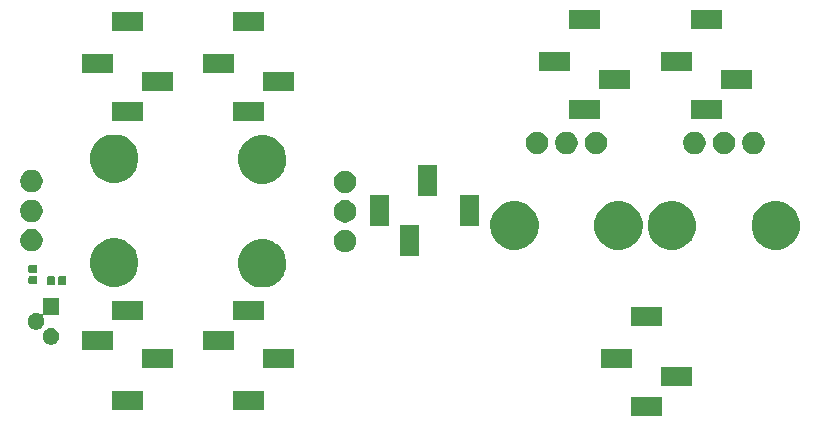
<source format=gts>
G04 #@! TF.GenerationSoftware,KiCad,Pcbnew,(5.0.2)-1*
G04 #@! TF.CreationDate,2019-02-20T17:00:52+00:00*
G04 #@! TF.ProjectId,Modulator,4d6f6475-6c61-4746-9f72-2e6b69636164,rev?*
G04 #@! TF.SameCoordinates,Original*
G04 #@! TF.FileFunction,Soldermask,Top*
G04 #@! TF.FilePolarity,Negative*
%FSLAX46Y46*%
G04 Gerber Fmt 4.6, Leading zero omitted, Abs format (unit mm)*
G04 Created by KiCad (PCBNEW (5.0.2)-1) date 20/02/2019 17:00:52*
%MOMM*%
%LPD*%
G01*
G04 APERTURE LIST*
%ADD10C,0.100000*%
G04 APERTURE END LIST*
D10*
G36*
X119284000Y-68873000D02*
X116682000Y-68873000D01*
X116682000Y-67271000D01*
X119284000Y-67271000D01*
X119284000Y-68873000D01*
X119284000Y-68873000D01*
G37*
G36*
X85629000Y-68365000D02*
X83027000Y-68365000D01*
X83027000Y-66763000D01*
X85629000Y-66763000D01*
X85629000Y-68365000D01*
X85629000Y-68365000D01*
G37*
G36*
X75342000Y-68365000D02*
X72740000Y-68365000D01*
X72740000Y-66763000D01*
X75342000Y-66763000D01*
X75342000Y-68365000D01*
X75342000Y-68365000D01*
G37*
G36*
X121824000Y-66333000D02*
X119222000Y-66333000D01*
X119222000Y-64731000D01*
X121824000Y-64731000D01*
X121824000Y-66333000D01*
X121824000Y-66333000D01*
G37*
G36*
X77882000Y-64809000D02*
X75280000Y-64809000D01*
X75280000Y-63207000D01*
X77882000Y-63207000D01*
X77882000Y-64809000D01*
X77882000Y-64809000D01*
G37*
G36*
X88169000Y-64809000D02*
X85567000Y-64809000D01*
X85567000Y-63207000D01*
X88169000Y-63207000D01*
X88169000Y-64809000D01*
X88169000Y-64809000D01*
G37*
G36*
X116744000Y-64809000D02*
X114142000Y-64809000D01*
X114142000Y-63207000D01*
X116744000Y-63207000D01*
X116744000Y-64809000D01*
X116744000Y-64809000D01*
G37*
G36*
X83089000Y-63285000D02*
X80487000Y-63285000D01*
X80487000Y-61683000D01*
X83089000Y-61683000D01*
X83089000Y-63285000D01*
X83089000Y-63285000D01*
G37*
G36*
X72802000Y-63285000D02*
X70200000Y-63285000D01*
X70200000Y-61683000D01*
X72802000Y-61683000D01*
X72802000Y-63285000D01*
X72802000Y-63285000D01*
G37*
G36*
X67768472Y-61428938D02*
X67896049Y-61481782D01*
X68010865Y-61558500D01*
X68108500Y-61656135D01*
X68185218Y-61770951D01*
X68238062Y-61898528D01*
X68265000Y-62033956D01*
X68265000Y-62172044D01*
X68238062Y-62307472D01*
X68185218Y-62435049D01*
X68108500Y-62549865D01*
X68010865Y-62647500D01*
X67896049Y-62724218D01*
X67768472Y-62777062D01*
X67633044Y-62804000D01*
X67494956Y-62804000D01*
X67359528Y-62777062D01*
X67231951Y-62724218D01*
X67117135Y-62647500D01*
X67019500Y-62549865D01*
X66942782Y-62435049D01*
X66889938Y-62307472D01*
X66863000Y-62172044D01*
X66863000Y-62033956D01*
X66889938Y-61898528D01*
X66942782Y-61770951D01*
X67019500Y-61656135D01*
X67117135Y-61558500D01*
X67231951Y-61481782D01*
X67359528Y-61428938D01*
X67494956Y-61402000D01*
X67633044Y-61402000D01*
X67768472Y-61428938D01*
X67768472Y-61428938D01*
G37*
G36*
X68265000Y-60264000D02*
X66990751Y-60264000D01*
X66966365Y-60266402D01*
X66942916Y-60273515D01*
X66921305Y-60285066D01*
X66902363Y-60300612D01*
X66886817Y-60319554D01*
X66875266Y-60341165D01*
X66868153Y-60364614D01*
X66865751Y-60389000D01*
X66868153Y-60413386D01*
X66875266Y-60436835D01*
X66886817Y-60458446D01*
X66915218Y-60500951D01*
X66968062Y-60628528D01*
X66995000Y-60763956D01*
X66995000Y-60902044D01*
X66968062Y-61037472D01*
X66915218Y-61165049D01*
X66838500Y-61279865D01*
X66740865Y-61377500D01*
X66626049Y-61454218D01*
X66498472Y-61507062D01*
X66363044Y-61534000D01*
X66224956Y-61534000D01*
X66089528Y-61507062D01*
X65961951Y-61454218D01*
X65847135Y-61377500D01*
X65749500Y-61279865D01*
X65672782Y-61165049D01*
X65619938Y-61037472D01*
X65593000Y-60902044D01*
X65593000Y-60763956D01*
X65619938Y-60628528D01*
X65672782Y-60500951D01*
X65749500Y-60386135D01*
X65847135Y-60288500D01*
X65961951Y-60211782D01*
X66089528Y-60158938D01*
X66224956Y-60132000D01*
X66363044Y-60132000D01*
X66498472Y-60158938D01*
X66626049Y-60211782D01*
X66668554Y-60240183D01*
X66690165Y-60251734D01*
X66713614Y-60258847D01*
X66738000Y-60261249D01*
X66762386Y-60258847D01*
X66785836Y-60251734D01*
X66807446Y-60240183D01*
X66826388Y-60224637D01*
X66841934Y-60205695D01*
X66853485Y-60184084D01*
X66860598Y-60160635D01*
X66863000Y-60136249D01*
X66863000Y-58862000D01*
X68265000Y-58862000D01*
X68265000Y-60264000D01*
X68265000Y-60264000D01*
G37*
G36*
X119284000Y-61253000D02*
X116682000Y-61253000D01*
X116682000Y-59651000D01*
X119284000Y-59651000D01*
X119284000Y-61253000D01*
X119284000Y-61253000D01*
G37*
G36*
X75342000Y-60745000D02*
X72740000Y-60745000D01*
X72740000Y-59143000D01*
X75342000Y-59143000D01*
X75342000Y-60745000D01*
X75342000Y-60745000D01*
G37*
G36*
X85629000Y-60745000D02*
X83027000Y-60745000D01*
X83027000Y-59143000D01*
X85629000Y-59143000D01*
X85629000Y-60745000D01*
X85629000Y-60745000D01*
G37*
G36*
X86054252Y-53949818D02*
X86054254Y-53949819D01*
X86054255Y-53949819D01*
X86427513Y-54104427D01*
X86648964Y-54252396D01*
X86763439Y-54328886D01*
X87049114Y-54614561D01*
X87049116Y-54614564D01*
X87273573Y-54950487D01*
X87282898Y-54973000D01*
X87428182Y-55323748D01*
X87507000Y-55719993D01*
X87507000Y-56124007D01*
X87437531Y-56473252D01*
X87428181Y-56520255D01*
X87273573Y-56893513D01*
X87148669Y-57080444D01*
X87049114Y-57229439D01*
X86763439Y-57515114D01*
X86763436Y-57515116D01*
X86427513Y-57739573D01*
X86054255Y-57894181D01*
X86054254Y-57894181D01*
X86054252Y-57894182D01*
X85658007Y-57973000D01*
X85253993Y-57973000D01*
X84857748Y-57894182D01*
X84857746Y-57894181D01*
X84857745Y-57894181D01*
X84484487Y-57739573D01*
X84148564Y-57515116D01*
X84148561Y-57515114D01*
X83862886Y-57229439D01*
X83763331Y-57080444D01*
X83638427Y-56893513D01*
X83483819Y-56520255D01*
X83474470Y-56473252D01*
X83405000Y-56124007D01*
X83405000Y-55719993D01*
X83483818Y-55323748D01*
X83629102Y-54973000D01*
X83638427Y-54950487D01*
X83862884Y-54614564D01*
X83862886Y-54614561D01*
X84148561Y-54328886D01*
X84263036Y-54252396D01*
X84484487Y-54104427D01*
X84857745Y-53949819D01*
X84857746Y-53949819D01*
X84857748Y-53949818D01*
X85253993Y-53871000D01*
X85658007Y-53871000D01*
X86054252Y-53949818D01*
X86054252Y-53949818D01*
G37*
G36*
X73511252Y-53902818D02*
X73511254Y-53902819D01*
X73511255Y-53902819D01*
X73884513Y-54057427D01*
X73971672Y-54115665D01*
X74220439Y-54281886D01*
X74506114Y-54567561D01*
X74506116Y-54567564D01*
X74730573Y-54903487D01*
X74759366Y-54973000D01*
X74885182Y-55276748D01*
X74964000Y-55672993D01*
X74964000Y-56077006D01*
X74885181Y-56473255D01*
X74730573Y-56846513D01*
X74584055Y-57065792D01*
X74506114Y-57182439D01*
X74220439Y-57468114D01*
X74220436Y-57468116D01*
X73884513Y-57692573D01*
X73511255Y-57847181D01*
X73511254Y-57847181D01*
X73511252Y-57847182D01*
X73115007Y-57926000D01*
X72710993Y-57926000D01*
X72314748Y-57847182D01*
X72314746Y-57847181D01*
X72314745Y-57847181D01*
X71941487Y-57692573D01*
X71605564Y-57468116D01*
X71605561Y-57468114D01*
X71319886Y-57182439D01*
X71241945Y-57065792D01*
X71095427Y-56846513D01*
X70940819Y-56473255D01*
X70862000Y-56077006D01*
X70862000Y-55672993D01*
X70940818Y-55276748D01*
X71066634Y-54973000D01*
X71095427Y-54903487D01*
X71319884Y-54567564D01*
X71319886Y-54567561D01*
X71605561Y-54281886D01*
X71854328Y-54115665D01*
X71941487Y-54057427D01*
X72314745Y-53902819D01*
X72314746Y-53902819D01*
X72314748Y-53902818D01*
X72710993Y-53824000D01*
X73115007Y-53824000D01*
X73511252Y-53902818D01*
X73511252Y-53902818D01*
G37*
G36*
X67820938Y-57035716D02*
X67841556Y-57041970D01*
X67860556Y-57052126D01*
X67877208Y-57065792D01*
X67890874Y-57082444D01*
X67901030Y-57101444D01*
X67907284Y-57122062D01*
X67910000Y-57149640D01*
X67910000Y-57658360D01*
X67907284Y-57685938D01*
X67901030Y-57706556D01*
X67890874Y-57725556D01*
X67877208Y-57742208D01*
X67860556Y-57755874D01*
X67841556Y-57766030D01*
X67820938Y-57772284D01*
X67793360Y-57775000D01*
X67334640Y-57775000D01*
X67307062Y-57772284D01*
X67286444Y-57766030D01*
X67267444Y-57755874D01*
X67250792Y-57742208D01*
X67237126Y-57725556D01*
X67226970Y-57706556D01*
X67220716Y-57685938D01*
X67218000Y-57658360D01*
X67218000Y-57149640D01*
X67220716Y-57122062D01*
X67226970Y-57101444D01*
X67237126Y-57082444D01*
X67250792Y-57065792D01*
X67267444Y-57052126D01*
X67286444Y-57041970D01*
X67307062Y-57035716D01*
X67334640Y-57033000D01*
X67793360Y-57033000D01*
X67820938Y-57035716D01*
X67820938Y-57035716D01*
G37*
G36*
X68790938Y-57035716D02*
X68811556Y-57041970D01*
X68830556Y-57052126D01*
X68847208Y-57065792D01*
X68860874Y-57082444D01*
X68871030Y-57101444D01*
X68877284Y-57122062D01*
X68880000Y-57149640D01*
X68880000Y-57658360D01*
X68877284Y-57685938D01*
X68871030Y-57706556D01*
X68860874Y-57725556D01*
X68847208Y-57742208D01*
X68830556Y-57755874D01*
X68811556Y-57766030D01*
X68790938Y-57772284D01*
X68763360Y-57775000D01*
X68304640Y-57775000D01*
X68277062Y-57772284D01*
X68256444Y-57766030D01*
X68237444Y-57755874D01*
X68220792Y-57742208D01*
X68207126Y-57725556D01*
X68196970Y-57706556D01*
X68190716Y-57685938D01*
X68188000Y-57658360D01*
X68188000Y-57149640D01*
X68190716Y-57122062D01*
X68196970Y-57101444D01*
X68207126Y-57082444D01*
X68220792Y-57065792D01*
X68237444Y-57052126D01*
X68256444Y-57041970D01*
X68277062Y-57035716D01*
X68304640Y-57033000D01*
X68763360Y-57033000D01*
X68790938Y-57035716D01*
X68790938Y-57035716D01*
G37*
G36*
X66321938Y-57014716D02*
X66342556Y-57020970D01*
X66361556Y-57031126D01*
X66378208Y-57044792D01*
X66391874Y-57061444D01*
X66402030Y-57080444D01*
X66408284Y-57101062D01*
X66411000Y-57128640D01*
X66411000Y-57587360D01*
X66408284Y-57614938D01*
X66402030Y-57635556D01*
X66391874Y-57654556D01*
X66378208Y-57671208D01*
X66361556Y-57684874D01*
X66342556Y-57695030D01*
X66321938Y-57701284D01*
X66294360Y-57704000D01*
X65785640Y-57704000D01*
X65758062Y-57701284D01*
X65737444Y-57695030D01*
X65718444Y-57684874D01*
X65701792Y-57671208D01*
X65688126Y-57654556D01*
X65677970Y-57635556D01*
X65671716Y-57614938D01*
X65669000Y-57587360D01*
X65669000Y-57128640D01*
X65671716Y-57101062D01*
X65677970Y-57080444D01*
X65688126Y-57061444D01*
X65701792Y-57044792D01*
X65718444Y-57031126D01*
X65737444Y-57020970D01*
X65758062Y-57014716D01*
X65785640Y-57012000D01*
X66294360Y-57012000D01*
X66321938Y-57014716D01*
X66321938Y-57014716D01*
G37*
G36*
X66321938Y-56044716D02*
X66342556Y-56050970D01*
X66361556Y-56061126D01*
X66378208Y-56074792D01*
X66391874Y-56091444D01*
X66402030Y-56110444D01*
X66408284Y-56131062D01*
X66411000Y-56158640D01*
X66411000Y-56617360D01*
X66408284Y-56644938D01*
X66402030Y-56665556D01*
X66391874Y-56684556D01*
X66378208Y-56701208D01*
X66361556Y-56714874D01*
X66342556Y-56725030D01*
X66321938Y-56731284D01*
X66294360Y-56734000D01*
X65785640Y-56734000D01*
X65758062Y-56731284D01*
X65737444Y-56725030D01*
X65718444Y-56714874D01*
X65701792Y-56701208D01*
X65688126Y-56684556D01*
X65677970Y-56665556D01*
X65671716Y-56644938D01*
X65669000Y-56617360D01*
X65669000Y-56158640D01*
X65671716Y-56131062D01*
X65677970Y-56110444D01*
X65688126Y-56091444D01*
X65701792Y-56074792D01*
X65718444Y-56061126D01*
X65737444Y-56050970D01*
X65758062Y-56044716D01*
X65785640Y-56042000D01*
X66294360Y-56042000D01*
X66321938Y-56044716D01*
X66321938Y-56044716D01*
G37*
G36*
X98718000Y-55276000D02*
X97116000Y-55276000D01*
X97116000Y-52674000D01*
X98718000Y-52674000D01*
X98718000Y-55276000D01*
X98718000Y-55276000D01*
G37*
G36*
X92733396Y-53107546D02*
X92906466Y-53179234D01*
X93062230Y-53283312D01*
X93194688Y-53415770D01*
X93298766Y-53571534D01*
X93370454Y-53744604D01*
X93407000Y-53928333D01*
X93407000Y-54115667D01*
X93370454Y-54299396D01*
X93298766Y-54472466D01*
X93194688Y-54628230D01*
X93062230Y-54760688D01*
X92906466Y-54864766D01*
X92733396Y-54936454D01*
X92549667Y-54973000D01*
X92362333Y-54973000D01*
X92178604Y-54936454D01*
X92005534Y-54864766D01*
X91849770Y-54760688D01*
X91717312Y-54628230D01*
X91613234Y-54472466D01*
X91541546Y-54299396D01*
X91505000Y-54115667D01*
X91505000Y-53928333D01*
X91541546Y-53744604D01*
X91613234Y-53571534D01*
X91717312Y-53415770D01*
X91849770Y-53283312D01*
X92005534Y-53179234D01*
X92178604Y-53107546D01*
X92362333Y-53071000D01*
X92549667Y-53071000D01*
X92733396Y-53107546D01*
X92733396Y-53107546D01*
G37*
G36*
X66190396Y-53060546D02*
X66363466Y-53132234D01*
X66519230Y-53236312D01*
X66651688Y-53368770D01*
X66755766Y-53524534D01*
X66827454Y-53697604D01*
X66864000Y-53881333D01*
X66864000Y-54068667D01*
X66827454Y-54252396D01*
X66755766Y-54425466D01*
X66651688Y-54581230D01*
X66519230Y-54713688D01*
X66363466Y-54817766D01*
X66190396Y-54889454D01*
X66006667Y-54926000D01*
X65819333Y-54926000D01*
X65635604Y-54889454D01*
X65462534Y-54817766D01*
X65306770Y-54713688D01*
X65174312Y-54581230D01*
X65070234Y-54425466D01*
X64998546Y-54252396D01*
X64962000Y-54068667D01*
X64962000Y-53881333D01*
X64998546Y-53697604D01*
X65070234Y-53524534D01*
X65174312Y-53368770D01*
X65306770Y-53236312D01*
X65462534Y-53132234D01*
X65635604Y-53060546D01*
X65819333Y-53024000D01*
X66006667Y-53024000D01*
X66190396Y-53060546D01*
X66190396Y-53060546D01*
G37*
G36*
X120745252Y-50747818D02*
X120745254Y-50747819D01*
X120745255Y-50747819D01*
X121118513Y-50902427D01*
X121371599Y-51071534D01*
X121454439Y-51126886D01*
X121740114Y-51412561D01*
X121740116Y-51412564D01*
X121964573Y-51748487D01*
X122057348Y-51972467D01*
X122119182Y-52121748D01*
X122198000Y-52517993D01*
X122198000Y-52922007D01*
X122170443Y-53060547D01*
X122119181Y-53318255D01*
X121964573Y-53691513D01*
X121806335Y-53928333D01*
X121740114Y-54027439D01*
X121454439Y-54313114D01*
X121454436Y-54313116D01*
X121118513Y-54537573D01*
X120745255Y-54692181D01*
X120745254Y-54692181D01*
X120745252Y-54692182D01*
X120349007Y-54771000D01*
X119944993Y-54771000D01*
X119548748Y-54692182D01*
X119548746Y-54692181D01*
X119548745Y-54692181D01*
X119175487Y-54537573D01*
X118839564Y-54313116D01*
X118839561Y-54313114D01*
X118553886Y-54027439D01*
X118487665Y-53928333D01*
X118329427Y-53691513D01*
X118174819Y-53318255D01*
X118123558Y-53060547D01*
X118096000Y-52922007D01*
X118096000Y-52517993D01*
X118174818Y-52121748D01*
X118236652Y-51972467D01*
X118329427Y-51748487D01*
X118553884Y-51412564D01*
X118553886Y-51412561D01*
X118839561Y-51126886D01*
X118922401Y-51071534D01*
X119175487Y-50902427D01*
X119548745Y-50747819D01*
X119548746Y-50747819D01*
X119548748Y-50747818D01*
X119944993Y-50669000D01*
X120349007Y-50669000D01*
X120745252Y-50747818D01*
X120745252Y-50747818D01*
G37*
G36*
X107410252Y-50747818D02*
X107410254Y-50747819D01*
X107410255Y-50747819D01*
X107783513Y-50902427D01*
X108036599Y-51071534D01*
X108119439Y-51126886D01*
X108405114Y-51412561D01*
X108405116Y-51412564D01*
X108629573Y-51748487D01*
X108722348Y-51972467D01*
X108784182Y-52121748D01*
X108863000Y-52517993D01*
X108863000Y-52922007D01*
X108835443Y-53060547D01*
X108784181Y-53318255D01*
X108629573Y-53691513D01*
X108471335Y-53928333D01*
X108405114Y-54027439D01*
X108119439Y-54313114D01*
X108119436Y-54313116D01*
X107783513Y-54537573D01*
X107410255Y-54692181D01*
X107410254Y-54692181D01*
X107410252Y-54692182D01*
X107014007Y-54771000D01*
X106609993Y-54771000D01*
X106213748Y-54692182D01*
X106213746Y-54692181D01*
X106213745Y-54692181D01*
X105840487Y-54537573D01*
X105504564Y-54313116D01*
X105504561Y-54313114D01*
X105218886Y-54027439D01*
X105152665Y-53928333D01*
X104994427Y-53691513D01*
X104839819Y-53318255D01*
X104788558Y-53060547D01*
X104761000Y-52922007D01*
X104761000Y-52517993D01*
X104839818Y-52121748D01*
X104901652Y-51972467D01*
X104994427Y-51748487D01*
X105218884Y-51412564D01*
X105218886Y-51412561D01*
X105504561Y-51126886D01*
X105587401Y-51071534D01*
X105840487Y-50902427D01*
X106213745Y-50747819D01*
X106213746Y-50747819D01*
X106213748Y-50747818D01*
X106609993Y-50669000D01*
X107014007Y-50669000D01*
X107410252Y-50747818D01*
X107410252Y-50747818D01*
G37*
G36*
X116210252Y-50747818D02*
X116210254Y-50747819D01*
X116210255Y-50747819D01*
X116583513Y-50902427D01*
X116836599Y-51071534D01*
X116919439Y-51126886D01*
X117205114Y-51412561D01*
X117205116Y-51412564D01*
X117429573Y-51748487D01*
X117522348Y-51972467D01*
X117584182Y-52121748D01*
X117663000Y-52517993D01*
X117663000Y-52922007D01*
X117635443Y-53060547D01*
X117584181Y-53318255D01*
X117429573Y-53691513D01*
X117271335Y-53928333D01*
X117205114Y-54027439D01*
X116919439Y-54313114D01*
X116919436Y-54313116D01*
X116583513Y-54537573D01*
X116210255Y-54692181D01*
X116210254Y-54692181D01*
X116210252Y-54692182D01*
X115814007Y-54771000D01*
X115409993Y-54771000D01*
X115013748Y-54692182D01*
X115013746Y-54692181D01*
X115013745Y-54692181D01*
X114640487Y-54537573D01*
X114304564Y-54313116D01*
X114304561Y-54313114D01*
X114018886Y-54027439D01*
X113952665Y-53928333D01*
X113794427Y-53691513D01*
X113639819Y-53318255D01*
X113588558Y-53060547D01*
X113561000Y-52922007D01*
X113561000Y-52517993D01*
X113639818Y-52121748D01*
X113701652Y-51972467D01*
X113794427Y-51748487D01*
X114018884Y-51412564D01*
X114018886Y-51412561D01*
X114304561Y-51126886D01*
X114387401Y-51071534D01*
X114640487Y-50902427D01*
X115013745Y-50747819D01*
X115013746Y-50747819D01*
X115013748Y-50747818D01*
X115409993Y-50669000D01*
X115814007Y-50669000D01*
X116210252Y-50747818D01*
X116210252Y-50747818D01*
G37*
G36*
X129545252Y-50747818D02*
X129545254Y-50747819D01*
X129545255Y-50747819D01*
X129918513Y-50902427D01*
X130171599Y-51071534D01*
X130254439Y-51126886D01*
X130540114Y-51412561D01*
X130540116Y-51412564D01*
X130764573Y-51748487D01*
X130857348Y-51972467D01*
X130919182Y-52121748D01*
X130998000Y-52517993D01*
X130998000Y-52922007D01*
X130970443Y-53060547D01*
X130919181Y-53318255D01*
X130764573Y-53691513D01*
X130606335Y-53928333D01*
X130540114Y-54027439D01*
X130254439Y-54313114D01*
X130254436Y-54313116D01*
X129918513Y-54537573D01*
X129545255Y-54692181D01*
X129545254Y-54692181D01*
X129545252Y-54692182D01*
X129149007Y-54771000D01*
X128744993Y-54771000D01*
X128348748Y-54692182D01*
X128348746Y-54692181D01*
X128348745Y-54692181D01*
X127975487Y-54537573D01*
X127639564Y-54313116D01*
X127639561Y-54313114D01*
X127353886Y-54027439D01*
X127287665Y-53928333D01*
X127129427Y-53691513D01*
X126974819Y-53318255D01*
X126923558Y-53060547D01*
X126896000Y-52922007D01*
X126896000Y-52517993D01*
X126974818Y-52121748D01*
X127036652Y-51972467D01*
X127129427Y-51748487D01*
X127353884Y-51412564D01*
X127353886Y-51412561D01*
X127639561Y-51126886D01*
X127722401Y-51071534D01*
X127975487Y-50902427D01*
X128348745Y-50747819D01*
X128348746Y-50747819D01*
X128348748Y-50747818D01*
X128744993Y-50669000D01*
X129149007Y-50669000D01*
X129545252Y-50747818D01*
X129545252Y-50747818D01*
G37*
G36*
X103798000Y-52736000D02*
X102196000Y-52736000D01*
X102196000Y-50134000D01*
X103798000Y-50134000D01*
X103798000Y-52736000D01*
X103798000Y-52736000D01*
G37*
G36*
X96178000Y-52736000D02*
X94576000Y-52736000D01*
X94576000Y-50134000D01*
X96178000Y-50134000D01*
X96178000Y-52736000D01*
X96178000Y-52736000D01*
G37*
G36*
X92733396Y-50607546D02*
X92906466Y-50679234D01*
X93062230Y-50783312D01*
X93194688Y-50915770D01*
X93298766Y-51071534D01*
X93370454Y-51244604D01*
X93407000Y-51428333D01*
X93407000Y-51615667D01*
X93370454Y-51799396D01*
X93298766Y-51972466D01*
X93194688Y-52128230D01*
X93062230Y-52260688D01*
X92906466Y-52364766D01*
X92733396Y-52436454D01*
X92549667Y-52473000D01*
X92362333Y-52473000D01*
X92178604Y-52436454D01*
X92005534Y-52364766D01*
X91849770Y-52260688D01*
X91717312Y-52128230D01*
X91613234Y-51972466D01*
X91541546Y-51799396D01*
X91505000Y-51615667D01*
X91505000Y-51428333D01*
X91541546Y-51244604D01*
X91613234Y-51071534D01*
X91717312Y-50915770D01*
X91849770Y-50783312D01*
X92005534Y-50679234D01*
X92178604Y-50607546D01*
X92362333Y-50571000D01*
X92549667Y-50571000D01*
X92733396Y-50607546D01*
X92733396Y-50607546D01*
G37*
G36*
X66190396Y-50560546D02*
X66363466Y-50632234D01*
X66519230Y-50736312D01*
X66651688Y-50868770D01*
X66755766Y-51024534D01*
X66827454Y-51197604D01*
X66864000Y-51381333D01*
X66864000Y-51568667D01*
X66827454Y-51752396D01*
X66755766Y-51925466D01*
X66651688Y-52081230D01*
X66519230Y-52213688D01*
X66363466Y-52317766D01*
X66190396Y-52389454D01*
X66006667Y-52426000D01*
X65819333Y-52426000D01*
X65635604Y-52389454D01*
X65462534Y-52317766D01*
X65306770Y-52213688D01*
X65174312Y-52081230D01*
X65070234Y-51925466D01*
X64998546Y-51752396D01*
X64962000Y-51568667D01*
X64962000Y-51381333D01*
X64998546Y-51197604D01*
X65070234Y-51024534D01*
X65174312Y-50868770D01*
X65306770Y-50736312D01*
X65462534Y-50632234D01*
X65635604Y-50560546D01*
X65819333Y-50524000D01*
X66006667Y-50524000D01*
X66190396Y-50560546D01*
X66190396Y-50560546D01*
G37*
G36*
X100242000Y-50196000D02*
X98640000Y-50196000D01*
X98640000Y-47594000D01*
X100242000Y-47594000D01*
X100242000Y-50196000D01*
X100242000Y-50196000D01*
G37*
G36*
X92733396Y-48107546D02*
X92906466Y-48179234D01*
X93062230Y-48283312D01*
X93194688Y-48415770D01*
X93298766Y-48571534D01*
X93370454Y-48744604D01*
X93407000Y-48928333D01*
X93407000Y-49115667D01*
X93370454Y-49299396D01*
X93298766Y-49472466D01*
X93194688Y-49628230D01*
X93062230Y-49760688D01*
X92906466Y-49864766D01*
X92733396Y-49936454D01*
X92549667Y-49973000D01*
X92362333Y-49973000D01*
X92178604Y-49936454D01*
X92005534Y-49864766D01*
X91849770Y-49760688D01*
X91717312Y-49628230D01*
X91613234Y-49472466D01*
X91541546Y-49299396D01*
X91505000Y-49115667D01*
X91505000Y-48928333D01*
X91541546Y-48744604D01*
X91613234Y-48571534D01*
X91717312Y-48415770D01*
X91849770Y-48283312D01*
X92005534Y-48179234D01*
X92178604Y-48107546D01*
X92362333Y-48071000D01*
X92549667Y-48071000D01*
X92733396Y-48107546D01*
X92733396Y-48107546D01*
G37*
G36*
X66190396Y-48060546D02*
X66363466Y-48132234D01*
X66519230Y-48236312D01*
X66651688Y-48368770D01*
X66755766Y-48524534D01*
X66827454Y-48697604D01*
X66864000Y-48881333D01*
X66864000Y-49068667D01*
X66827454Y-49252396D01*
X66755766Y-49425466D01*
X66651688Y-49581230D01*
X66519230Y-49713688D01*
X66363466Y-49817766D01*
X66190396Y-49889454D01*
X66006667Y-49926000D01*
X65819333Y-49926000D01*
X65635604Y-49889454D01*
X65462534Y-49817766D01*
X65306770Y-49713688D01*
X65174312Y-49581230D01*
X65070234Y-49425466D01*
X64998546Y-49252396D01*
X64962000Y-49068667D01*
X64962000Y-48881333D01*
X64998546Y-48697604D01*
X65070234Y-48524534D01*
X65174312Y-48368770D01*
X65306770Y-48236312D01*
X65462534Y-48132234D01*
X65635604Y-48060546D01*
X65819333Y-48024000D01*
X66006667Y-48024000D01*
X66190396Y-48060546D01*
X66190396Y-48060546D01*
G37*
G36*
X86054252Y-45149818D02*
X86054254Y-45149819D01*
X86054255Y-45149819D01*
X86427513Y-45304427D01*
X86427514Y-45304428D01*
X86763439Y-45528886D01*
X87049114Y-45814561D01*
X87049116Y-45814564D01*
X87273573Y-46150487D01*
X87401234Y-46458690D01*
X87428182Y-46523748D01*
X87507000Y-46919993D01*
X87507000Y-47324007D01*
X87437531Y-47673252D01*
X87428181Y-47720255D01*
X87273573Y-48093513D01*
X87146754Y-48283310D01*
X87049114Y-48429439D01*
X86763439Y-48715114D01*
X86763436Y-48715116D01*
X86427513Y-48939573D01*
X86054255Y-49094181D01*
X86054254Y-49094181D01*
X86054252Y-49094182D01*
X85658007Y-49173000D01*
X85253993Y-49173000D01*
X84857748Y-49094182D01*
X84857746Y-49094181D01*
X84857745Y-49094181D01*
X84484487Y-48939573D01*
X84148564Y-48715116D01*
X84148561Y-48715114D01*
X83862886Y-48429439D01*
X83765246Y-48283310D01*
X83638427Y-48093513D01*
X83483819Y-47720255D01*
X83474470Y-47673252D01*
X83405000Y-47324007D01*
X83405000Y-46919993D01*
X83483818Y-46523748D01*
X83510766Y-46458690D01*
X83638427Y-46150487D01*
X83862884Y-45814564D01*
X83862886Y-45814561D01*
X84148561Y-45528886D01*
X84484486Y-45304428D01*
X84484487Y-45304427D01*
X84857745Y-45149819D01*
X84857746Y-45149819D01*
X84857748Y-45149818D01*
X85253993Y-45071000D01*
X85658007Y-45071000D01*
X86054252Y-45149818D01*
X86054252Y-45149818D01*
G37*
G36*
X73511252Y-45102818D02*
X73511254Y-45102819D01*
X73511255Y-45102819D01*
X73884513Y-45257427D01*
X74161649Y-45442604D01*
X74220439Y-45481886D01*
X74506114Y-45767561D01*
X74506116Y-45767564D01*
X74730573Y-46103487D01*
X74877702Y-46458690D01*
X74885182Y-46476748D01*
X74923821Y-46671000D01*
X74964000Y-46872994D01*
X74964000Y-47277006D01*
X74885181Y-47673255D01*
X74730573Y-48046513D01*
X74699168Y-48093514D01*
X74506114Y-48382439D01*
X74220439Y-48668114D01*
X74220436Y-48668116D01*
X73884513Y-48892573D01*
X73511255Y-49047181D01*
X73511254Y-49047181D01*
X73511252Y-49047182D01*
X73115007Y-49126000D01*
X72710993Y-49126000D01*
X72314748Y-49047182D01*
X72314746Y-49047181D01*
X72314745Y-49047181D01*
X71941487Y-48892573D01*
X71605564Y-48668116D01*
X71605561Y-48668114D01*
X71319886Y-48382439D01*
X71126832Y-48093514D01*
X71095427Y-48046513D01*
X70940819Y-47673255D01*
X70862000Y-47277006D01*
X70862000Y-46872994D01*
X70902179Y-46671000D01*
X70940818Y-46476748D01*
X70948298Y-46458690D01*
X71095427Y-46103487D01*
X71319884Y-45767564D01*
X71319886Y-45767561D01*
X71605561Y-45481886D01*
X71664351Y-45442604D01*
X71941487Y-45257427D01*
X72314745Y-45102819D01*
X72314746Y-45102819D01*
X72314748Y-45102818D01*
X72710993Y-45024000D01*
X73115007Y-45024000D01*
X73511252Y-45102818D01*
X73511252Y-45102818D01*
G37*
G36*
X111489396Y-44805546D02*
X111662466Y-44877234D01*
X111818230Y-44981312D01*
X111950688Y-45113770D01*
X112054766Y-45269534D01*
X112126454Y-45442604D01*
X112163000Y-45626333D01*
X112163000Y-45813667D01*
X112126454Y-45997396D01*
X112054766Y-46170466D01*
X111950688Y-46326230D01*
X111818230Y-46458688D01*
X111662466Y-46562766D01*
X111489396Y-46634454D01*
X111305667Y-46671000D01*
X111118333Y-46671000D01*
X110934604Y-46634454D01*
X110761534Y-46562766D01*
X110605770Y-46458688D01*
X110473312Y-46326230D01*
X110369234Y-46170466D01*
X110297546Y-45997396D01*
X110261000Y-45813667D01*
X110261000Y-45626333D01*
X110297546Y-45442604D01*
X110369234Y-45269534D01*
X110473312Y-45113770D01*
X110605770Y-44981312D01*
X110761534Y-44877234D01*
X110934604Y-44805546D01*
X111118333Y-44769000D01*
X111305667Y-44769000D01*
X111489396Y-44805546D01*
X111489396Y-44805546D01*
G37*
G36*
X108989396Y-44805546D02*
X109162466Y-44877234D01*
X109318230Y-44981312D01*
X109450688Y-45113770D01*
X109554766Y-45269534D01*
X109626454Y-45442604D01*
X109663000Y-45626333D01*
X109663000Y-45813667D01*
X109626454Y-45997396D01*
X109554766Y-46170466D01*
X109450688Y-46326230D01*
X109318230Y-46458688D01*
X109162466Y-46562766D01*
X108989396Y-46634454D01*
X108805667Y-46671000D01*
X108618333Y-46671000D01*
X108434604Y-46634454D01*
X108261534Y-46562766D01*
X108105770Y-46458688D01*
X107973312Y-46326230D01*
X107869234Y-46170466D01*
X107797546Y-45997396D01*
X107761000Y-45813667D01*
X107761000Y-45626333D01*
X107797546Y-45442604D01*
X107869234Y-45269534D01*
X107973312Y-45113770D01*
X108105770Y-44981312D01*
X108261534Y-44877234D01*
X108434604Y-44805546D01*
X108618333Y-44769000D01*
X108805667Y-44769000D01*
X108989396Y-44805546D01*
X108989396Y-44805546D01*
G37*
G36*
X122324396Y-44805546D02*
X122497466Y-44877234D01*
X122653230Y-44981312D01*
X122785688Y-45113770D01*
X122889766Y-45269534D01*
X122961454Y-45442604D01*
X122998000Y-45626333D01*
X122998000Y-45813667D01*
X122961454Y-45997396D01*
X122889766Y-46170466D01*
X122785688Y-46326230D01*
X122653230Y-46458688D01*
X122497466Y-46562766D01*
X122324396Y-46634454D01*
X122140667Y-46671000D01*
X121953333Y-46671000D01*
X121769604Y-46634454D01*
X121596534Y-46562766D01*
X121440770Y-46458688D01*
X121308312Y-46326230D01*
X121204234Y-46170466D01*
X121132546Y-45997396D01*
X121096000Y-45813667D01*
X121096000Y-45626333D01*
X121132546Y-45442604D01*
X121204234Y-45269534D01*
X121308312Y-45113770D01*
X121440770Y-44981312D01*
X121596534Y-44877234D01*
X121769604Y-44805546D01*
X121953333Y-44769000D01*
X122140667Y-44769000D01*
X122324396Y-44805546D01*
X122324396Y-44805546D01*
G37*
G36*
X124824396Y-44805546D02*
X124997466Y-44877234D01*
X125153230Y-44981312D01*
X125285688Y-45113770D01*
X125389766Y-45269534D01*
X125461454Y-45442604D01*
X125498000Y-45626333D01*
X125498000Y-45813667D01*
X125461454Y-45997396D01*
X125389766Y-46170466D01*
X125285688Y-46326230D01*
X125153230Y-46458688D01*
X124997466Y-46562766D01*
X124824396Y-46634454D01*
X124640667Y-46671000D01*
X124453333Y-46671000D01*
X124269604Y-46634454D01*
X124096534Y-46562766D01*
X123940770Y-46458688D01*
X123808312Y-46326230D01*
X123704234Y-46170466D01*
X123632546Y-45997396D01*
X123596000Y-45813667D01*
X123596000Y-45626333D01*
X123632546Y-45442604D01*
X123704234Y-45269534D01*
X123808312Y-45113770D01*
X123940770Y-44981312D01*
X124096534Y-44877234D01*
X124269604Y-44805546D01*
X124453333Y-44769000D01*
X124640667Y-44769000D01*
X124824396Y-44805546D01*
X124824396Y-44805546D01*
G37*
G36*
X127324396Y-44805546D02*
X127497466Y-44877234D01*
X127653230Y-44981312D01*
X127785688Y-45113770D01*
X127889766Y-45269534D01*
X127961454Y-45442604D01*
X127998000Y-45626333D01*
X127998000Y-45813667D01*
X127961454Y-45997396D01*
X127889766Y-46170466D01*
X127785688Y-46326230D01*
X127653230Y-46458688D01*
X127497466Y-46562766D01*
X127324396Y-46634454D01*
X127140667Y-46671000D01*
X126953333Y-46671000D01*
X126769604Y-46634454D01*
X126596534Y-46562766D01*
X126440770Y-46458688D01*
X126308312Y-46326230D01*
X126204234Y-46170466D01*
X126132546Y-45997396D01*
X126096000Y-45813667D01*
X126096000Y-45626333D01*
X126132546Y-45442604D01*
X126204234Y-45269534D01*
X126308312Y-45113770D01*
X126440770Y-44981312D01*
X126596534Y-44877234D01*
X126769604Y-44805546D01*
X126953333Y-44769000D01*
X127140667Y-44769000D01*
X127324396Y-44805546D01*
X127324396Y-44805546D01*
G37*
G36*
X113989396Y-44805546D02*
X114162466Y-44877234D01*
X114318230Y-44981312D01*
X114450688Y-45113770D01*
X114554766Y-45269534D01*
X114626454Y-45442604D01*
X114663000Y-45626333D01*
X114663000Y-45813667D01*
X114626454Y-45997396D01*
X114554766Y-46170466D01*
X114450688Y-46326230D01*
X114318230Y-46458688D01*
X114162466Y-46562766D01*
X113989396Y-46634454D01*
X113805667Y-46671000D01*
X113618333Y-46671000D01*
X113434604Y-46634454D01*
X113261534Y-46562766D01*
X113105770Y-46458688D01*
X112973312Y-46326230D01*
X112869234Y-46170466D01*
X112797546Y-45997396D01*
X112761000Y-45813667D01*
X112761000Y-45626333D01*
X112797546Y-45442604D01*
X112869234Y-45269534D01*
X112973312Y-45113770D01*
X113105770Y-44981312D01*
X113261534Y-44877234D01*
X113434604Y-44805546D01*
X113618333Y-44769000D01*
X113805667Y-44769000D01*
X113989396Y-44805546D01*
X113989396Y-44805546D01*
G37*
G36*
X75342000Y-43854000D02*
X72740000Y-43854000D01*
X72740000Y-42252000D01*
X75342000Y-42252000D01*
X75342000Y-43854000D01*
X75342000Y-43854000D01*
G37*
G36*
X85629000Y-43854000D02*
X83027000Y-43854000D01*
X83027000Y-42252000D01*
X85629000Y-42252000D01*
X85629000Y-43854000D01*
X85629000Y-43854000D01*
G37*
G36*
X114077000Y-43727000D02*
X111475000Y-43727000D01*
X111475000Y-42125000D01*
X114077000Y-42125000D01*
X114077000Y-43727000D01*
X114077000Y-43727000D01*
G37*
G36*
X124364000Y-43727000D02*
X121762000Y-43727000D01*
X121762000Y-42125000D01*
X124364000Y-42125000D01*
X124364000Y-43727000D01*
X124364000Y-43727000D01*
G37*
G36*
X88169000Y-41314000D02*
X85567000Y-41314000D01*
X85567000Y-39712000D01*
X88169000Y-39712000D01*
X88169000Y-41314000D01*
X88169000Y-41314000D01*
G37*
G36*
X77882000Y-41314000D02*
X75280000Y-41314000D01*
X75280000Y-39712000D01*
X77882000Y-39712000D01*
X77882000Y-41314000D01*
X77882000Y-41314000D01*
G37*
G36*
X116617000Y-41187000D02*
X114015000Y-41187000D01*
X114015000Y-39585000D01*
X116617000Y-39585000D01*
X116617000Y-41187000D01*
X116617000Y-41187000D01*
G37*
G36*
X126904000Y-41187000D02*
X124302000Y-41187000D01*
X124302000Y-39585000D01*
X126904000Y-39585000D01*
X126904000Y-41187000D01*
X126904000Y-41187000D01*
G37*
G36*
X72802000Y-39790000D02*
X70200000Y-39790000D01*
X70200000Y-38188000D01*
X72802000Y-38188000D01*
X72802000Y-39790000D01*
X72802000Y-39790000D01*
G37*
G36*
X83089000Y-39790000D02*
X80487000Y-39790000D01*
X80487000Y-38188000D01*
X83089000Y-38188000D01*
X83089000Y-39790000D01*
X83089000Y-39790000D01*
G37*
G36*
X111537000Y-39663000D02*
X108935000Y-39663000D01*
X108935000Y-38061000D01*
X111537000Y-38061000D01*
X111537000Y-39663000D01*
X111537000Y-39663000D01*
G37*
G36*
X121824000Y-39663000D02*
X119222000Y-39663000D01*
X119222000Y-38061000D01*
X121824000Y-38061000D01*
X121824000Y-39663000D01*
X121824000Y-39663000D01*
G37*
G36*
X75342000Y-36234000D02*
X72740000Y-36234000D01*
X72740000Y-34632000D01*
X75342000Y-34632000D01*
X75342000Y-36234000D01*
X75342000Y-36234000D01*
G37*
G36*
X85629000Y-36234000D02*
X83027000Y-36234000D01*
X83027000Y-34632000D01*
X85629000Y-34632000D01*
X85629000Y-36234000D01*
X85629000Y-36234000D01*
G37*
G36*
X114077000Y-36107000D02*
X111475000Y-36107000D01*
X111475000Y-34505000D01*
X114077000Y-34505000D01*
X114077000Y-36107000D01*
X114077000Y-36107000D01*
G37*
G36*
X124364000Y-36107000D02*
X121762000Y-36107000D01*
X121762000Y-34505000D01*
X124364000Y-34505000D01*
X124364000Y-36107000D01*
X124364000Y-36107000D01*
G37*
M02*

</source>
